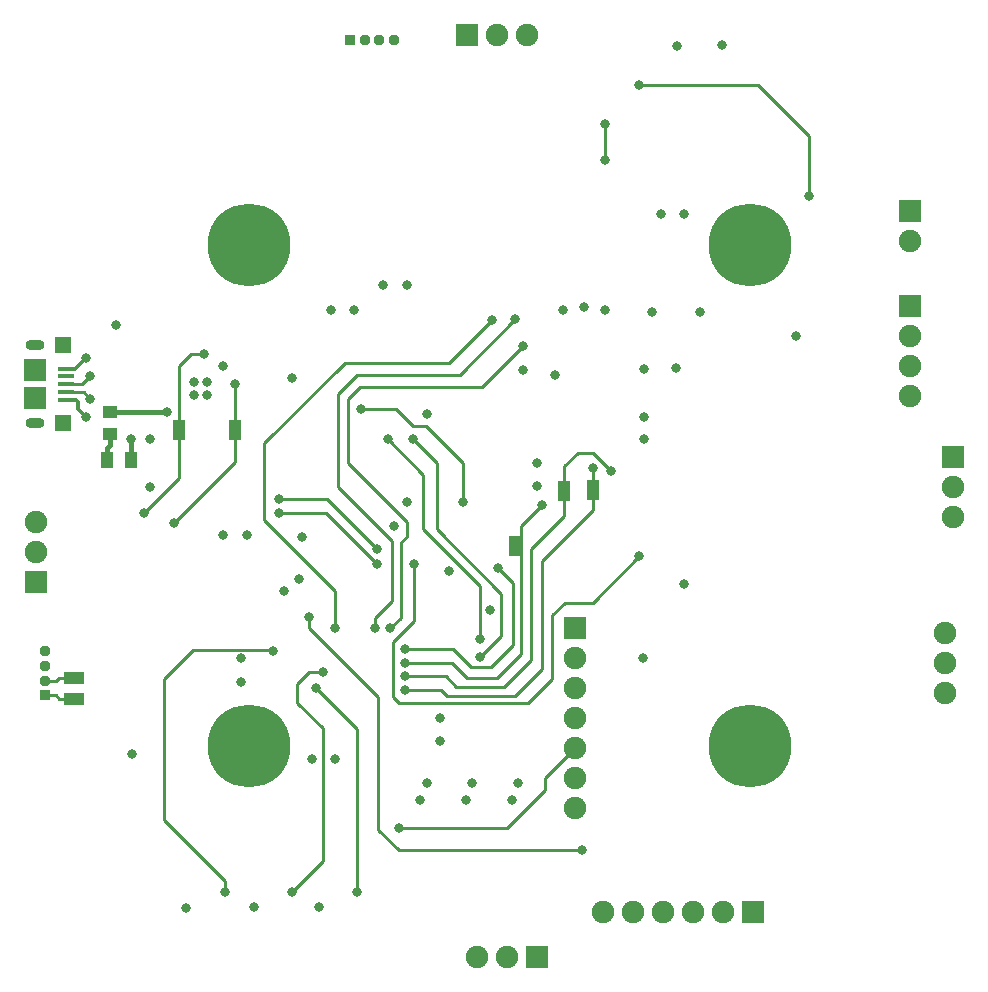
<source format=gbl>
G04*
G04 #@! TF.GenerationSoftware,Altium Limited,Altium Designer,18.1.6 (161)*
G04*
G04 Layer_Physical_Order=4*
G04 Layer_Color=16711680*
%FSLAX25Y25*%
%MOIN*%
G70*
G01*
G75*
%ADD12C,0.01000*%
%ADD18C,0.01500*%
%ADD53R,0.07087X0.03937*%
%ADD54R,0.03937X0.07087*%
%ADD55R,0.03937X0.05315*%
%ADD61R,0.04724X0.03937*%
%ADD73C,0.01200*%
%ADD74C,0.27559*%
%ADD75O,0.06299X0.03543*%
%ADD76C,0.07500*%
%ADD77R,0.07500X0.07500*%
%ADD78R,0.07500X0.07500*%
%ADD79R,0.03740X0.03740*%
%ADD80C,0.03740*%
%ADD81R,0.03740X0.03740*%
%ADD82C,0.03150*%
%ADD89R,0.05512X0.05512*%
%ADD90R,0.07480X0.07480*%
%ADD91R,0.05315X0.01575*%
D12*
X228500Y229500D02*
X233000D01*
X224500Y225500D02*
X228500Y229500D01*
X224500Y219098D02*
Y225500D01*
Y219098D02*
X233000Y210598D01*
X244535Y156114D02*
Y210399D01*
X230856Y224079D02*
X244535Y210399D01*
X222878Y156114D02*
X233000Y166236D01*
Y210598D01*
X228500Y244000D02*
X251500Y221000D01*
Y176772D02*
Y221000D01*
Y176772D02*
X258272Y170000D01*
X228500Y244000D02*
Y247602D01*
X189738Y236738D02*
X216089D01*
X180000Y227000D02*
X189738Y236738D01*
X180000Y180000D02*
Y227000D01*
X200315Y155874D02*
Y159685D01*
X180000Y180000D02*
X200315Y159685D01*
X216089Y236738D02*
X216500Y236327D01*
X258272Y170000D02*
X319500D01*
X377937Y425063D02*
X395000Y408000D01*
Y388000D02*
Y408000D01*
X278626Y328500D02*
X297000Y346874D01*
X145000Y220500D02*
X150000D01*
X143937Y221563D02*
X145000Y220500D01*
X140433Y221563D02*
X143937D01*
X145000Y227500D02*
X150000D01*
X143984Y226484D02*
X145000Y227500D01*
X140433Y226484D02*
X143984D01*
X291500Y264000D02*
X296500Y259000D01*
X323000Y302500D02*
X329000Y296500D01*
X318000Y302500D02*
X323000D01*
X313500Y298000D02*
X318000Y302500D01*
X313500Y281500D02*
Y298000D01*
X302500Y270500D02*
X313500Y281500D01*
X323000Y283500D02*
Y297500D01*
X306000Y266500D02*
X323000Y283500D01*
X273937Y228063D02*
X277500Y224500D01*
X293500D01*
X302500Y233500D01*
X299000Y235500D02*
Y278000D01*
X306000Y285000D01*
X296500Y238500D02*
Y259000D01*
X275177Y332500D02*
X289500Y346823D01*
X240319Y332500D02*
X275177D01*
X213500Y305681D02*
X240319Y332500D01*
X244500Y328500D02*
X278626D01*
X245500Y324500D02*
X286114D01*
X299626Y338012D01*
X238000Y322000D02*
X244500Y328500D01*
X238000Y291035D02*
Y322000D01*
X241500Y320500D02*
X245500Y324500D01*
X213500Y280000D02*
Y305681D01*
X241500Y299000D02*
Y320500D01*
Y299000D02*
X261209Y279291D01*
Y274709D02*
Y279291D01*
X259000Y272500D02*
X261209Y274709D01*
X259000Y247500D02*
Y272500D01*
X238000Y291035D02*
X256000Y273035D01*
Y253000D02*
Y273035D01*
X213500Y280000D02*
X237000Y256500D01*
Y244000D02*
Y256500D01*
X250500Y247500D02*
X256000Y253000D01*
X250500Y244000D02*
Y247500D01*
X255500Y244000D02*
X259000Y247500D01*
X323000Y252500D02*
X338500Y268000D01*
X313575Y252500D02*
X323000D01*
X309500Y248425D02*
X313575Y252500D01*
X309500Y227000D02*
Y248425D01*
X301500Y219000D02*
X309500Y227000D01*
X258500Y219000D02*
X301500D01*
X256500Y221000D02*
X258500Y219000D01*
X256500Y221000D02*
Y239220D01*
X263500Y246220D01*
Y265398D01*
X173500Y282500D02*
X185000Y294000D01*
Y331500D01*
X183500Y279181D02*
X203642Y299323D01*
Y325299D01*
X234500Y287000D02*
X251000Y270500D01*
X218500Y287000D02*
X234500D01*
X218500Y282500D02*
X234000D01*
X251000Y265500D01*
X185000Y331500D02*
X189000Y335500D01*
X193441D01*
X306000Y230500D02*
Y266500D01*
X302500Y233500D02*
Y270500D01*
X297000Y221500D02*
X306000Y230500D01*
X274500Y221500D02*
X297000D01*
X272500Y223500D02*
X274500Y221500D01*
X260500Y223500D02*
X272500D01*
X260500Y228063D02*
X273937D01*
X291000Y227500D02*
X299000Y235500D01*
X281000Y227500D02*
X291000D01*
X276000Y232500D02*
X281000Y227500D01*
X260500Y232500D02*
X276000D01*
X289000Y231000D02*
X296500Y238500D01*
X282500Y231000D02*
X289000D01*
X276500Y237000D02*
X282500Y231000D01*
X260500Y237000D02*
X276500D01*
X327000Y400000D02*
Y412000D01*
X338425Y425063D02*
X377937D01*
X254575Y306953D02*
X266500Y295028D01*
Y277000D02*
Y295028D01*
Y277000D02*
X285500Y258000D01*
Y240500D02*
Y258000D01*
X263000Y306878D02*
X271000Y298878D01*
Y277000D02*
Y298878D01*
Y277000D02*
X292500Y255500D01*
Y241500D02*
Y255500D01*
X285500Y234500D02*
X292500Y241500D01*
X279831Y285906D02*
Y299169D01*
X267500Y311500D02*
X279831Y299169D01*
X263000Y311500D02*
X267500D01*
X257500Y317000D02*
X263000Y311500D01*
X245600Y317000D02*
X257500D01*
X307000Y193959D02*
X317041Y204000D01*
X307000Y190000D02*
Y193959D01*
X294500Y177500D02*
X307000Y190000D01*
X258500Y177500D02*
X294500D01*
X147500Y322740D02*
X153260D01*
X155500Y320500D01*
X147500Y325299D02*
X152799D01*
X155500Y328000D01*
D18*
X162000Y305000D02*
Y308260D01*
X161063Y304063D02*
X162000Y305000D01*
X161063Y300000D02*
Y304063D01*
X162000Y315740D02*
X162260Y316000D01*
X181000D01*
X168937Y300000D02*
Y307000D01*
D53*
X150000Y220500D02*
D03*
Y227500D02*
D03*
D54*
X297000Y271500D02*
D03*
X313500Y289750D02*
D03*
X323000Y290000D02*
D03*
X185000Y310000D02*
D03*
X203642D02*
D03*
D55*
X168937Y300000D02*
D03*
X161063D02*
D03*
D61*
X162000Y316047D02*
D03*
Y308567D02*
D03*
D73*
X147500Y330417D02*
X150417D01*
X154000Y334000D01*
X150819Y320181D02*
X151500Y319500D01*
Y317000D02*
Y319500D01*
Y317000D02*
X154000Y314500D01*
X147500Y320181D02*
X150819D01*
D74*
X208465Y371575D02*
D03*
X375512D02*
D03*
X208465Y204528D02*
D03*
X375512D02*
D03*
D75*
X136969Y312307D02*
D03*
Y338291D02*
D03*
D76*
X440291Y222500D02*
D03*
Y232500D02*
D03*
Y242500D02*
D03*
X317041Y184000D02*
D03*
Y194000D02*
D03*
Y204000D02*
D03*
Y214000D02*
D03*
Y224000D02*
D03*
Y234000D02*
D03*
X428607Y373000D02*
D03*
X428607Y331500D02*
D03*
Y341500D02*
D03*
X428607Y321500D02*
D03*
X326500Y149206D02*
D03*
X356500Y149204D02*
D03*
X366500D02*
D03*
X346500Y149204D02*
D03*
X336500Y149205D02*
D03*
X443185Y291000D02*
D03*
Y281000D02*
D03*
X294500Y134315D02*
D03*
X284500D02*
D03*
X291000Y441685D02*
D03*
X301000D02*
D03*
X137315Y269315D02*
D03*
Y279315D02*
D03*
D77*
X317041Y244000D02*
D03*
X428607Y383000D02*
D03*
X428607Y351500D02*
D03*
X443185Y301000D02*
D03*
X137315Y259315D02*
D03*
D78*
X376500Y149204D02*
D03*
X304500Y134315D02*
D03*
X281000Y441685D02*
D03*
D79*
X140433Y221563D02*
D03*
D80*
Y226484D02*
D03*
Y231405D02*
D03*
Y236327D02*
D03*
X246937Y440185D02*
D03*
X251858D02*
D03*
X256780D02*
D03*
D81*
X242016D02*
D03*
D82*
X230856Y224079D02*
D03*
X233000Y229500D02*
D03*
X395000Y388000D02*
D03*
X297000Y346874D02*
D03*
X291500Y264000D02*
D03*
X329000Y296500D02*
D03*
X323000Y297500D02*
D03*
X306000Y285000D02*
D03*
X289500Y346823D02*
D03*
X299626Y338012D02*
D03*
X237000Y244000D02*
D03*
X250500D02*
D03*
X255500D02*
D03*
X345563Y382126D02*
D03*
X173500Y282500D02*
D03*
X183500Y279181D02*
D03*
X218500Y287000D02*
D03*
Y282500D02*
D03*
X319500Y170000D02*
D03*
X260500Y237000D02*
D03*
Y232500D02*
D03*
Y228063D02*
D03*
Y223500D02*
D03*
X320063Y351000D02*
D03*
X304350Y291500D02*
D03*
X304425Y299000D02*
D03*
X313075Y349874D02*
D03*
X327000D02*
D03*
X228500Y247602D02*
D03*
X327000Y412000D02*
D03*
Y400000D02*
D03*
X338425Y425063D02*
D03*
X338500Y268000D02*
D03*
X263500Y265398D02*
D03*
X245600Y317000D02*
D03*
X279831Y285906D02*
D03*
X358626Y349311D02*
D03*
X342626D02*
D03*
X340000Y330437D02*
D03*
X350626Y330689D02*
D03*
X299626Y330138D02*
D03*
X235591Y349874D02*
D03*
X261087Y358374D02*
D03*
X267823Y315500D02*
D03*
X243465Y349874D02*
D03*
X222779Y327437D02*
D03*
X253213Y358374D02*
D03*
X254575Y306953D02*
D03*
X263000Y306878D02*
D03*
X285500Y240500D02*
D03*
Y234500D02*
D03*
X187508Y150697D02*
D03*
X209898Y150937D02*
D03*
X231724D02*
D03*
X200315Y155874D02*
D03*
X222878Y156114D02*
D03*
X244535D02*
D03*
X216500Y236327D02*
D03*
X258500Y177500D02*
D03*
X298083Y192433D02*
D03*
X282728Y192500D02*
D03*
X267583Y192433D02*
D03*
X295976Y186547D02*
D03*
X280661D02*
D03*
X265476D02*
D03*
X261209Y285906D02*
D03*
X256772Y278000D02*
D03*
X251000Y270500D02*
D03*
Y265500D02*
D03*
X203642Y325299D02*
D03*
X288579Y249937D02*
D03*
X275205Y263185D02*
D03*
X226098Y274500D02*
D03*
X199705Y275185D02*
D03*
X207705D02*
D03*
X220000Y256500D02*
D03*
X225000Y260500D02*
D03*
X366063Y438311D02*
D03*
X351126Y438075D02*
D03*
X353437Y382126D02*
D03*
X390626Y341500D02*
D03*
X353264Y258614D02*
D03*
X339811Y234000D02*
D03*
X169500Y202000D02*
D03*
X205626Y226189D02*
D03*
Y234063D02*
D03*
X272000Y214142D02*
D03*
Y206268D02*
D03*
X229268Y200500D02*
D03*
X237142D02*
D03*
X164000Y344937D02*
D03*
X175500Y291016D02*
D03*
X193441Y335500D02*
D03*
X199705Y331500D02*
D03*
X340000Y306878D02*
D03*
Y314500D02*
D03*
X310500Y328500D02*
D03*
X189996Y321854D02*
D03*
Y326185D02*
D03*
X194327Y321854D02*
D03*
Y326185D02*
D03*
X181000Y316000D02*
D03*
X175500Y307000D02*
D03*
X168937D02*
D03*
X154000Y314500D02*
D03*
Y334000D02*
D03*
X155500Y320500D02*
D03*
Y328000D02*
D03*
D89*
X146516Y312307D02*
D03*
Y338291D02*
D03*
D90*
X136969Y330024D02*
D03*
Y320575D02*
D03*
D91*
X147500Y320181D02*
D03*
Y322740D02*
D03*
Y325299D02*
D03*
Y327858D02*
D03*
Y330417D02*
D03*
M02*

</source>
